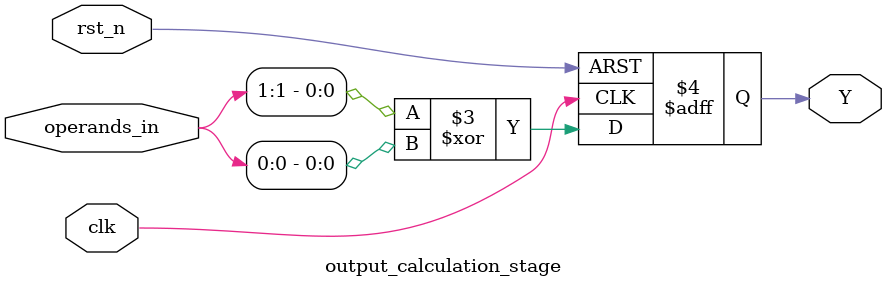
<source format=sv>
module nand_xor_xnor_gate (
    input wire clk,         // 时钟信号
    input wire rst_n,       // 复位信号（低电平有效）
    input wire A, B, C,     // 输入信号
    output wire Y           // 输出信号
);
    // 内部连线
    wire nand_result;                // NAND运算结果
    wire xnor_result;                // XNOR运算结果
    wire stage2_nand_result;         // 第二级寄存的NAND结果
    wire stage2_xnor_result;         // 第二级寄存的XNOR结果
    wire [1:0] stage3_operands;      // 第三级流水线数据

    // 第一级流水线 - 逻辑计算模块
    logic_calculation_stage stage1 (
        .clk(clk),
        .rst_n(rst_n),
        .A(A),
        .B(B),
        .C(C),
        .nand_result(nand_result),
        .xnor_result(xnor_result)
    );

    // 第二级流水线 - 结果保持模块
    result_pipeline_stage stage2 (
        .clk(clk),
        .rst_n(rst_n),
        .nand_in(nand_result),
        .xnor_in(xnor_result),
        .nand_out(stage2_nand_result),
        .xnor_out(stage2_xnor_result)
    );

    // 第三级流水线 - 操作数准备模块
    operand_preparation_stage stage3 (
        .clk(clk),
        .rst_n(rst_n),
        .nand_in(stage2_nand_result),
        .xnor_in(stage2_xnor_result),
        .operands_out(stage3_operands)
    );

    // 输出级 - 最终XOR运算模块
    output_calculation_stage stage4 (
        .clk(clk),
        .rst_n(rst_n),
        .operands_in(stage3_operands),
        .Y(Y)
    );

endmodule

// 第一级流水线 - 逻辑计算模块
module logic_calculation_stage (
    input wire clk,
    input wire rst_n,
    input wire A, B, C,
    output reg nand_result,
    output reg xnor_result
);
    // 组合逻辑计算后直接寄存结果
    always @(posedge clk or negedge rst_n) begin
        if (!rst_n) begin
            nand_result <= 1'b1;
            xnor_result <= 1'b0;
        end else begin
            nand_result <= ~(A & B);   // 输入NAND运算
            xnor_result <= ~(C ^ A);   // 输入XNOR运算
        end
    end
endmodule

// 第二级流水线 - 结果保持模块
module result_pipeline_stage (
    input wire clk,
    input wire rst_n,
    input wire nand_in,
    input wire xnor_in,
    output reg nand_out,
    output reg xnor_out
);
    // 保持中间结果
    always @(posedge clk or negedge rst_n) begin
        if (!rst_n) begin
            nand_out <= 1'b1;
            xnor_out <= 1'b0;
        end else begin
            nand_out <= nand_in;
            xnor_out <= xnor_in;
        end
    end
endmodule

// 第三级流水线 - 操作数准备模块
module operand_preparation_stage (
    input wire clk,
    input wire rst_n,
    input wire nand_in,
    input wire xnor_in,
    output reg [1:0] operands_out
);
    // 准备最终XOR操作的操作数
    always @(posedge clk or negedge rst_n) begin
        if (!rst_n) begin
            operands_out <= 2'b00;
        end else begin
            operands_out <= {nand_in, xnor_in};
        end
    end
endmodule

// 输出级 - 最终XOR运算模块
module output_calculation_stage (
    input wire clk,
    input wire rst_n,
    input wire [1:0] operands_in,
    output reg Y
);
    // 最终XOR运算
    always @(posedge clk or negedge rst_n) begin
        if (!rst_n) begin
            Y <= 1'b0;
        end else begin
            Y <= operands_in[1] ^ operands_in[0];  // NAND结果与XNOR结果进行XOR运算
        end
    end
endmodule
</source>
